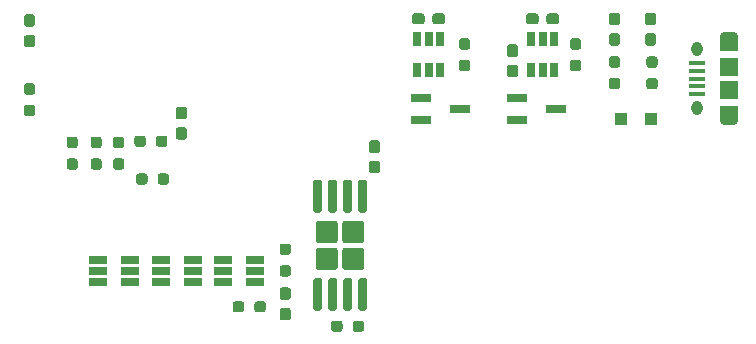
<source format=gbr>
%TF.GenerationSoftware,KiCad,Pcbnew,(5.1.9)-1*%
%TF.CreationDate,2021-05-12T15:20:05-07:00*%
%TF.ProjectId,vive_ups,76697665-5f75-4707-932e-6b696361645f,rev?*%
%TF.SameCoordinates,Original*%
%TF.FileFunction,Paste,Top*%
%TF.FilePolarity,Positive*%
%FSLAX46Y46*%
G04 Gerber Fmt 4.6, Leading zero omitted, Abs format (unit mm)*
G04 Created by KiCad (PCBNEW (5.1.9)-1) date 2021-05-12 15:20:05*
%MOMM*%
%LPD*%
G01*
G04 APERTURE LIST*
%ADD10R,1.000000X1.000000*%
%ADD11O,0.950000X1.250000*%
%ADD12R,1.550000X1.200000*%
%ADD13O,1.550000X0.890000*%
%ADD14R,1.550000X1.500000*%
%ADD15R,1.350000X0.400000*%
%ADD16R,1.560000X0.650000*%
%ADD17R,0.650000X1.220000*%
%ADD18R,1.800000X0.800000*%
G04 APERTURE END LIST*
%TO.C,C1*%
G36*
G01*
X94623900Y-104018200D02*
X94148900Y-104018200D01*
G75*
G02*
X93911400Y-103780700I0J237500D01*
G01*
X93911400Y-103180700D01*
G75*
G02*
X94148900Y-102943200I237500J0D01*
G01*
X94623900Y-102943200D01*
G75*
G02*
X94861400Y-103180700I0J-237500D01*
G01*
X94861400Y-103780700D01*
G75*
G02*
X94623900Y-104018200I-237500J0D01*
G01*
G37*
G36*
G01*
X94623900Y-105743200D02*
X94148900Y-105743200D01*
G75*
G02*
X93911400Y-105505700I0J237500D01*
G01*
X93911400Y-104905700D01*
G75*
G02*
X94148900Y-104668200I237500J0D01*
G01*
X94623900Y-104668200D01*
G75*
G02*
X94861400Y-104905700I0J-237500D01*
G01*
X94861400Y-105505700D01*
G75*
G02*
X94623900Y-105743200I-237500J0D01*
G01*
G37*
%TD*%
%TO.C,R14*%
G36*
G01*
X81296500Y-102787000D02*
X81771500Y-102787000D01*
G75*
G02*
X82009000Y-103024500I0J-237500D01*
G01*
X82009000Y-103524500D01*
G75*
G02*
X81771500Y-103762000I-237500J0D01*
G01*
X81296500Y-103762000D01*
G75*
G02*
X81059000Y-103524500I0J237500D01*
G01*
X81059000Y-103024500D01*
G75*
G02*
X81296500Y-102787000I237500J0D01*
G01*
G37*
G36*
G01*
X81296500Y-100962000D02*
X81771500Y-100962000D01*
G75*
G02*
X82009000Y-101199500I0J-237500D01*
G01*
X82009000Y-101699500D01*
G75*
G02*
X81771500Y-101937000I-237500J0D01*
G01*
X81296500Y-101937000D01*
G75*
G02*
X81059000Y-101699500I0J237500D01*
G01*
X81059000Y-101199500D01*
G75*
G02*
X81296500Y-100962000I237500J0D01*
G01*
G37*
%TD*%
D10*
%TO.C,D4*%
X134142800Y-103987600D03*
X131642800Y-103987600D03*
%TD*%
%TO.C,D1*%
G36*
G01*
X81771500Y-96170000D02*
X81296500Y-96170000D01*
G75*
G02*
X81059000Y-95932500I0J237500D01*
G01*
X81059000Y-95357500D01*
G75*
G02*
X81296500Y-95120000I237500J0D01*
G01*
X81771500Y-95120000D01*
G75*
G02*
X82009000Y-95357500I0J-237500D01*
G01*
X82009000Y-95932500D01*
G75*
G02*
X81771500Y-96170000I-237500J0D01*
G01*
G37*
G36*
G01*
X81771500Y-97920000D02*
X81296500Y-97920000D01*
G75*
G02*
X81059000Y-97682500I0J237500D01*
G01*
X81059000Y-97107500D01*
G75*
G02*
X81296500Y-96870000I237500J0D01*
G01*
X81771500Y-96870000D01*
G75*
G02*
X82009000Y-97107500I0J-237500D01*
G01*
X82009000Y-97682500D01*
G75*
G02*
X81771500Y-97920000I-237500J0D01*
G01*
G37*
%TD*%
%TO.C,U5*%
G36*
G01*
X109613004Y-114496000D02*
X108252996Y-114496000D01*
G75*
G02*
X108003000Y-114246004I0J249996D01*
G01*
X108003000Y-112835996D01*
G75*
G02*
X108252996Y-112586000I249996J0D01*
G01*
X109613004Y-112586000D01*
G75*
G02*
X109863000Y-112835996I0J-249996D01*
G01*
X109863000Y-114246004D01*
G75*
G02*
X109613004Y-114496000I-249996J0D01*
G01*
G37*
G36*
G01*
X107393004Y-114496000D02*
X106032996Y-114496000D01*
G75*
G02*
X105783000Y-114246004I0J249996D01*
G01*
X105783000Y-112835996D01*
G75*
G02*
X106032996Y-112586000I249996J0D01*
G01*
X107393004Y-112586000D01*
G75*
G02*
X107643000Y-112835996I0J-249996D01*
G01*
X107643000Y-114246004D01*
G75*
G02*
X107393004Y-114496000I-249996J0D01*
G01*
G37*
G36*
G01*
X109613004Y-116776000D02*
X108252996Y-116776000D01*
G75*
G02*
X108003000Y-116526004I0J249996D01*
G01*
X108003000Y-115115996D01*
G75*
G02*
X108252996Y-114866000I249996J0D01*
G01*
X109613004Y-114866000D01*
G75*
G02*
X109863000Y-115115996I0J-249996D01*
G01*
X109863000Y-116526004D01*
G75*
G02*
X109613004Y-116776000I-249996J0D01*
G01*
G37*
G36*
G01*
X107393004Y-116776000D02*
X106032996Y-116776000D01*
G75*
G02*
X105783000Y-116526004I0J249996D01*
G01*
X105783000Y-115115996D01*
G75*
G02*
X106032996Y-114866000I249996J0D01*
G01*
X107393004Y-114866000D01*
G75*
G02*
X107643000Y-115115996I0J-249996D01*
G01*
X107643000Y-116526004D01*
G75*
G02*
X107393004Y-116776000I-249996J0D01*
G01*
G37*
G36*
G01*
X106093000Y-111956000D02*
X105743000Y-111956000D01*
G75*
G02*
X105568000Y-111781000I0J175000D01*
G01*
X105568000Y-109281000D01*
G75*
G02*
X105743000Y-109106000I175000J0D01*
G01*
X106093000Y-109106000D01*
G75*
G02*
X106268000Y-109281000I0J-175000D01*
G01*
X106268000Y-111781000D01*
G75*
G02*
X106093000Y-111956000I-175000J0D01*
G01*
G37*
G36*
G01*
X107363000Y-111956000D02*
X107013000Y-111956000D01*
G75*
G02*
X106838000Y-111781000I0J175000D01*
G01*
X106838000Y-109281000D01*
G75*
G02*
X107013000Y-109106000I175000J0D01*
G01*
X107363000Y-109106000D01*
G75*
G02*
X107538000Y-109281000I0J-175000D01*
G01*
X107538000Y-111781000D01*
G75*
G02*
X107363000Y-111956000I-175000J0D01*
G01*
G37*
G36*
G01*
X108633000Y-111956000D02*
X108283000Y-111956000D01*
G75*
G02*
X108108000Y-111781000I0J175000D01*
G01*
X108108000Y-109281000D01*
G75*
G02*
X108283000Y-109106000I175000J0D01*
G01*
X108633000Y-109106000D01*
G75*
G02*
X108808000Y-109281000I0J-175000D01*
G01*
X108808000Y-111781000D01*
G75*
G02*
X108633000Y-111956000I-175000J0D01*
G01*
G37*
G36*
G01*
X109903000Y-111956000D02*
X109553000Y-111956000D01*
G75*
G02*
X109378000Y-111781000I0J175000D01*
G01*
X109378000Y-109281000D01*
G75*
G02*
X109553000Y-109106000I175000J0D01*
G01*
X109903000Y-109106000D01*
G75*
G02*
X110078000Y-109281000I0J-175000D01*
G01*
X110078000Y-111781000D01*
G75*
G02*
X109903000Y-111956000I-175000J0D01*
G01*
G37*
G36*
G01*
X109903000Y-120256000D02*
X109553000Y-120256000D01*
G75*
G02*
X109378000Y-120081000I0J175000D01*
G01*
X109378000Y-117581000D01*
G75*
G02*
X109553000Y-117406000I175000J0D01*
G01*
X109903000Y-117406000D01*
G75*
G02*
X110078000Y-117581000I0J-175000D01*
G01*
X110078000Y-120081000D01*
G75*
G02*
X109903000Y-120256000I-175000J0D01*
G01*
G37*
G36*
G01*
X108633000Y-120256000D02*
X108283000Y-120256000D01*
G75*
G02*
X108108000Y-120081000I0J175000D01*
G01*
X108108000Y-117581000D01*
G75*
G02*
X108283000Y-117406000I175000J0D01*
G01*
X108633000Y-117406000D01*
G75*
G02*
X108808000Y-117581000I0J-175000D01*
G01*
X108808000Y-120081000D01*
G75*
G02*
X108633000Y-120256000I-175000J0D01*
G01*
G37*
G36*
G01*
X107363000Y-120256000D02*
X107013000Y-120256000D01*
G75*
G02*
X106838000Y-120081000I0J175000D01*
G01*
X106838000Y-117581000D01*
G75*
G02*
X107013000Y-117406000I175000J0D01*
G01*
X107363000Y-117406000D01*
G75*
G02*
X107538000Y-117581000I0J-175000D01*
G01*
X107538000Y-120081000D01*
G75*
G02*
X107363000Y-120256000I-175000J0D01*
G01*
G37*
G36*
G01*
X106093000Y-120256000D02*
X105743000Y-120256000D01*
G75*
G02*
X105568000Y-120081000I0J175000D01*
G01*
X105568000Y-117581000D01*
G75*
G02*
X105743000Y-117406000I175000J0D01*
G01*
X106093000Y-117406000D01*
G75*
G02*
X106268000Y-117581000I0J-175000D01*
G01*
X106268000Y-120081000D01*
G75*
G02*
X106093000Y-120256000I-175000J0D01*
G01*
G37*
%TD*%
%TO.C,R10*%
G36*
G01*
X92233300Y-106104700D02*
X92233300Y-105629700D01*
G75*
G02*
X92470800Y-105392200I237500J0D01*
G01*
X92970800Y-105392200D01*
G75*
G02*
X93208300Y-105629700I0J-237500D01*
G01*
X93208300Y-106104700D01*
G75*
G02*
X92970800Y-106342200I-237500J0D01*
G01*
X92470800Y-106342200D01*
G75*
G02*
X92233300Y-106104700I0J237500D01*
G01*
G37*
G36*
G01*
X90408300Y-106104700D02*
X90408300Y-105629700D01*
G75*
G02*
X90645800Y-105392200I237500J0D01*
G01*
X91145800Y-105392200D01*
G75*
G02*
X91383300Y-105629700I0J-237500D01*
G01*
X91383300Y-106104700D01*
G75*
G02*
X91145800Y-106342200I-237500J0D01*
G01*
X90645800Y-106342200D01*
G75*
G02*
X90408300Y-106104700I0J237500D01*
G01*
G37*
%TD*%
D11*
%TO.C,J2*%
X138071400Y-98058600D03*
X138071400Y-103058600D03*
D12*
X140771400Y-97658600D03*
X140771400Y-103458600D03*
D13*
X140771400Y-97058600D03*
D14*
X140771400Y-99558600D03*
X140771400Y-101558600D03*
D13*
X140771400Y-104058600D03*
D15*
X138071400Y-99258600D03*
X138071400Y-99908600D03*
X138071400Y-100558600D03*
X138071400Y-101208600D03*
X138071400Y-101858600D03*
%TD*%
D16*
%TO.C,U2*%
X100600500Y-116840000D03*
X100600500Y-115890000D03*
X100600500Y-117790000D03*
X97900500Y-117790000D03*
X97900500Y-116840000D03*
X97900500Y-115890000D03*
%TD*%
%TO.C,R5*%
G36*
G01*
X108883000Y-121776500D02*
X108883000Y-121301500D01*
G75*
G02*
X109120500Y-121064000I237500J0D01*
G01*
X109620500Y-121064000D01*
G75*
G02*
X109858000Y-121301500I0J-237500D01*
G01*
X109858000Y-121776500D01*
G75*
G02*
X109620500Y-122014000I-237500J0D01*
G01*
X109120500Y-122014000D01*
G75*
G02*
X108883000Y-121776500I0J237500D01*
G01*
G37*
G36*
G01*
X107058000Y-121776500D02*
X107058000Y-121301500D01*
G75*
G02*
X107295500Y-121064000I237500J0D01*
G01*
X107795500Y-121064000D01*
G75*
G02*
X108033000Y-121301500I0J-237500D01*
G01*
X108033000Y-121776500D01*
G75*
G02*
X107795500Y-122014000I-237500J0D01*
G01*
X107295500Y-122014000D01*
G75*
G02*
X107058000Y-121776500I0J237500D01*
G01*
G37*
%TD*%
%TO.C,R4*%
G36*
G01*
X131301500Y-99651000D02*
X130826500Y-99651000D01*
G75*
G02*
X130589000Y-99413500I0J237500D01*
G01*
X130589000Y-98913500D01*
G75*
G02*
X130826500Y-98676000I237500J0D01*
G01*
X131301500Y-98676000D01*
G75*
G02*
X131539000Y-98913500I0J-237500D01*
G01*
X131539000Y-99413500D01*
G75*
G02*
X131301500Y-99651000I-237500J0D01*
G01*
G37*
G36*
G01*
X131301500Y-101476000D02*
X130826500Y-101476000D01*
G75*
G02*
X130589000Y-101238500I0J237500D01*
G01*
X130589000Y-100738500D01*
G75*
G02*
X130826500Y-100501000I237500J0D01*
G01*
X131301500Y-100501000D01*
G75*
G02*
X131539000Y-100738500I0J-237500D01*
G01*
X131539000Y-101238500D01*
G75*
G02*
X131301500Y-101476000I-237500J0D01*
G01*
G37*
%TD*%
%TO.C,R3*%
G36*
G01*
X134001500Y-100501000D02*
X134476500Y-100501000D01*
G75*
G02*
X134714000Y-100738500I0J-237500D01*
G01*
X134714000Y-101238500D01*
G75*
G02*
X134476500Y-101476000I-237500J0D01*
G01*
X134001500Y-101476000D01*
G75*
G02*
X133764000Y-101238500I0J237500D01*
G01*
X133764000Y-100738500D01*
G75*
G02*
X134001500Y-100501000I237500J0D01*
G01*
G37*
G36*
G01*
X134001500Y-98676000D02*
X134476500Y-98676000D01*
G75*
G02*
X134714000Y-98913500I0J-237500D01*
G01*
X134714000Y-99413500D01*
G75*
G02*
X134476500Y-99651000I-237500J0D01*
G01*
X134001500Y-99651000D01*
G75*
G02*
X133764000Y-99413500I0J237500D01*
G01*
X133764000Y-98913500D01*
G75*
G02*
X134001500Y-98676000I237500J0D01*
G01*
G37*
%TD*%
%TO.C,D3*%
G36*
G01*
X131301500Y-96029000D02*
X130826500Y-96029000D01*
G75*
G02*
X130589000Y-95791500I0J237500D01*
G01*
X130589000Y-95216500D01*
G75*
G02*
X130826500Y-94979000I237500J0D01*
G01*
X131301500Y-94979000D01*
G75*
G02*
X131539000Y-95216500I0J-237500D01*
G01*
X131539000Y-95791500D01*
G75*
G02*
X131301500Y-96029000I-237500J0D01*
G01*
G37*
G36*
G01*
X131301500Y-97779000D02*
X130826500Y-97779000D01*
G75*
G02*
X130589000Y-97541500I0J237500D01*
G01*
X130589000Y-96966500D01*
G75*
G02*
X130826500Y-96729000I237500J0D01*
G01*
X131301500Y-96729000D01*
G75*
G02*
X131539000Y-96966500I0J-237500D01*
G01*
X131539000Y-97541500D01*
G75*
G02*
X131301500Y-97779000I-237500J0D01*
G01*
G37*
%TD*%
%TO.C,D2*%
G36*
G01*
X134349500Y-96029000D02*
X133874500Y-96029000D01*
G75*
G02*
X133637000Y-95791500I0J237500D01*
G01*
X133637000Y-95216500D01*
G75*
G02*
X133874500Y-94979000I237500J0D01*
G01*
X134349500Y-94979000D01*
G75*
G02*
X134587000Y-95216500I0J-237500D01*
G01*
X134587000Y-95791500D01*
G75*
G02*
X134349500Y-96029000I-237500J0D01*
G01*
G37*
G36*
G01*
X134349500Y-97779000D02*
X133874500Y-97779000D01*
G75*
G02*
X133637000Y-97541500I0J237500D01*
G01*
X133637000Y-96966500D01*
G75*
G02*
X133874500Y-96729000I237500J0D01*
G01*
X134349500Y-96729000D01*
G75*
G02*
X134587000Y-96966500I0J-237500D01*
G01*
X134587000Y-97541500D01*
G75*
G02*
X134349500Y-97779000I-237500J0D01*
G01*
G37*
%TD*%
%TO.C,C4*%
G36*
G01*
X110981500Y-106863000D02*
X110506500Y-106863000D01*
G75*
G02*
X110269000Y-106625500I0J237500D01*
G01*
X110269000Y-106025500D01*
G75*
G02*
X110506500Y-105788000I237500J0D01*
G01*
X110981500Y-105788000D01*
G75*
G02*
X111219000Y-106025500I0J-237500D01*
G01*
X111219000Y-106625500D01*
G75*
G02*
X110981500Y-106863000I-237500J0D01*
G01*
G37*
G36*
G01*
X110981500Y-108588000D02*
X110506500Y-108588000D01*
G75*
G02*
X110269000Y-108350500I0J237500D01*
G01*
X110269000Y-107750500D01*
G75*
G02*
X110506500Y-107513000I237500J0D01*
G01*
X110981500Y-107513000D01*
G75*
G02*
X111219000Y-107750500I0J-237500D01*
G01*
X111219000Y-108350500D01*
G75*
G02*
X110981500Y-108588000I-237500J0D01*
G01*
G37*
%TD*%
%TO.C,U3*%
X95393500Y-116840000D03*
X95393500Y-115890000D03*
X95393500Y-117790000D03*
X92693500Y-117790000D03*
X92693500Y-116840000D03*
X92693500Y-115890000D03*
%TD*%
D17*
%TO.C,U7*%
X125918000Y-99862000D03*
X124968000Y-99862000D03*
X124018000Y-99862000D03*
X124018000Y-97242000D03*
X124968000Y-97242000D03*
X125918000Y-97242000D03*
%TD*%
%TO.C,U6*%
X116266000Y-99862000D03*
X115316000Y-99862000D03*
X114366000Y-99862000D03*
X114366000Y-97242000D03*
X115316000Y-97242000D03*
X116266000Y-97242000D03*
%TD*%
D16*
%TO.C,U4*%
X87359500Y-116840000D03*
X87359500Y-117790000D03*
X87359500Y-115890000D03*
X90059500Y-115890000D03*
X90059500Y-116840000D03*
X90059500Y-117790000D03*
%TD*%
%TO.C,R12*%
G36*
G01*
X127999500Y-98127000D02*
X127524500Y-98127000D01*
G75*
G02*
X127287000Y-97889500I0J237500D01*
G01*
X127287000Y-97389500D01*
G75*
G02*
X127524500Y-97152000I237500J0D01*
G01*
X127999500Y-97152000D01*
G75*
G02*
X128237000Y-97389500I0J-237500D01*
G01*
X128237000Y-97889500D01*
G75*
G02*
X127999500Y-98127000I-237500J0D01*
G01*
G37*
G36*
G01*
X127999500Y-99952000D02*
X127524500Y-99952000D01*
G75*
G02*
X127287000Y-99714500I0J237500D01*
G01*
X127287000Y-99214500D01*
G75*
G02*
X127524500Y-98977000I237500J0D01*
G01*
X127999500Y-98977000D01*
G75*
G02*
X128237000Y-99214500I0J-237500D01*
G01*
X128237000Y-99714500D01*
G75*
G02*
X127999500Y-99952000I-237500J0D01*
G01*
G37*
%TD*%
%TO.C,R11*%
G36*
G01*
X118601500Y-98127000D02*
X118126500Y-98127000D01*
G75*
G02*
X117889000Y-97889500I0J237500D01*
G01*
X117889000Y-97389500D01*
G75*
G02*
X118126500Y-97152000I237500J0D01*
G01*
X118601500Y-97152000D01*
G75*
G02*
X118839000Y-97389500I0J-237500D01*
G01*
X118839000Y-97889500D01*
G75*
G02*
X118601500Y-98127000I-237500J0D01*
G01*
G37*
G36*
G01*
X118601500Y-99952000D02*
X118126500Y-99952000D01*
G75*
G02*
X117889000Y-99714500I0J237500D01*
G01*
X117889000Y-99214500D01*
G75*
G02*
X118126500Y-98977000I237500J0D01*
G01*
X118601500Y-98977000D01*
G75*
G02*
X118839000Y-99214500I0J-237500D01*
G01*
X118839000Y-99714500D01*
G75*
G02*
X118601500Y-99952000I-237500J0D01*
G01*
G37*
%TD*%
%TO.C,R9*%
G36*
G01*
X88840300Y-107308200D02*
X89315300Y-107308200D01*
G75*
G02*
X89552800Y-107545700I0J-237500D01*
G01*
X89552800Y-108045700D01*
G75*
G02*
X89315300Y-108283200I-237500J0D01*
G01*
X88840300Y-108283200D01*
G75*
G02*
X88602800Y-108045700I0J237500D01*
G01*
X88602800Y-107545700D01*
G75*
G02*
X88840300Y-107308200I237500J0D01*
G01*
G37*
G36*
G01*
X88840300Y-105483200D02*
X89315300Y-105483200D01*
G75*
G02*
X89552800Y-105720700I0J-237500D01*
G01*
X89552800Y-106220700D01*
G75*
G02*
X89315300Y-106458200I-237500J0D01*
G01*
X88840300Y-106458200D01*
G75*
G02*
X88602800Y-106220700I0J237500D01*
G01*
X88602800Y-105720700D01*
G75*
G02*
X88840300Y-105483200I237500J0D01*
G01*
G37*
%TD*%
%TO.C,R8*%
G36*
G01*
X86935300Y-107308200D02*
X87410300Y-107308200D01*
G75*
G02*
X87647800Y-107545700I0J-237500D01*
G01*
X87647800Y-108045700D01*
G75*
G02*
X87410300Y-108283200I-237500J0D01*
G01*
X86935300Y-108283200D01*
G75*
G02*
X86697800Y-108045700I0J237500D01*
G01*
X86697800Y-107545700D01*
G75*
G02*
X86935300Y-107308200I237500J0D01*
G01*
G37*
G36*
G01*
X86935300Y-105483200D02*
X87410300Y-105483200D01*
G75*
G02*
X87647800Y-105720700I0J-237500D01*
G01*
X87647800Y-106220700D01*
G75*
G02*
X87410300Y-106458200I-237500J0D01*
G01*
X86935300Y-106458200D01*
G75*
G02*
X86697800Y-106220700I0J237500D01*
G01*
X86697800Y-105720700D01*
G75*
G02*
X86935300Y-105483200I237500J0D01*
G01*
G37*
%TD*%
%TO.C,R7*%
G36*
G01*
X85378300Y-106458200D02*
X84903300Y-106458200D01*
G75*
G02*
X84665800Y-106220700I0J237500D01*
G01*
X84665800Y-105720700D01*
G75*
G02*
X84903300Y-105483200I237500J0D01*
G01*
X85378300Y-105483200D01*
G75*
G02*
X85615800Y-105720700I0J-237500D01*
G01*
X85615800Y-106220700D01*
G75*
G02*
X85378300Y-106458200I-237500J0D01*
G01*
G37*
G36*
G01*
X85378300Y-108283200D02*
X84903300Y-108283200D01*
G75*
G02*
X84665800Y-108045700I0J237500D01*
G01*
X84665800Y-107545700D01*
G75*
G02*
X84903300Y-107308200I237500J0D01*
G01*
X85378300Y-107308200D01*
G75*
G02*
X85615800Y-107545700I0J-237500D01*
G01*
X85615800Y-108045700D01*
G75*
G02*
X85378300Y-108283200I-237500J0D01*
G01*
G37*
%TD*%
%TO.C,R6*%
G36*
G01*
X91523000Y-108830100D02*
X91523000Y-109305100D01*
G75*
G02*
X91285500Y-109542600I-237500J0D01*
G01*
X90785500Y-109542600D01*
G75*
G02*
X90548000Y-109305100I0J237500D01*
G01*
X90548000Y-108830100D01*
G75*
G02*
X90785500Y-108592600I237500J0D01*
G01*
X91285500Y-108592600D01*
G75*
G02*
X91523000Y-108830100I0J-237500D01*
G01*
G37*
G36*
G01*
X93348000Y-108830100D02*
X93348000Y-109305100D01*
G75*
G02*
X93110500Y-109542600I-237500J0D01*
G01*
X92610500Y-109542600D01*
G75*
G02*
X92373000Y-109305100I0J237500D01*
G01*
X92373000Y-108830100D01*
G75*
G02*
X92610500Y-108592600I237500J0D01*
G01*
X93110500Y-108592600D01*
G75*
G02*
X93348000Y-108830100I0J-237500D01*
G01*
G37*
%TD*%
%TO.C,R2*%
G36*
G01*
X100564500Y-120125500D02*
X100564500Y-119650500D01*
G75*
G02*
X100802000Y-119413000I237500J0D01*
G01*
X101302000Y-119413000D01*
G75*
G02*
X101539500Y-119650500I0J-237500D01*
G01*
X101539500Y-120125500D01*
G75*
G02*
X101302000Y-120363000I-237500J0D01*
G01*
X100802000Y-120363000D01*
G75*
G02*
X100564500Y-120125500I0J237500D01*
G01*
G37*
G36*
G01*
X98739500Y-120125500D02*
X98739500Y-119650500D01*
G75*
G02*
X98977000Y-119413000I237500J0D01*
G01*
X99477000Y-119413000D01*
G75*
G02*
X99714500Y-119650500I0J-237500D01*
G01*
X99714500Y-120125500D01*
G75*
G02*
X99477000Y-120363000I-237500J0D01*
G01*
X98977000Y-120363000D01*
G75*
G02*
X98739500Y-120125500I0J237500D01*
G01*
G37*
%TD*%
%TO.C,R1*%
G36*
G01*
X102950000Y-116352500D02*
X103425000Y-116352500D01*
G75*
G02*
X103662500Y-116590000I0J-237500D01*
G01*
X103662500Y-117090000D01*
G75*
G02*
X103425000Y-117327500I-237500J0D01*
G01*
X102950000Y-117327500D01*
G75*
G02*
X102712500Y-117090000I0J237500D01*
G01*
X102712500Y-116590000D01*
G75*
G02*
X102950000Y-116352500I237500J0D01*
G01*
G37*
G36*
G01*
X102950000Y-114527500D02*
X103425000Y-114527500D01*
G75*
G02*
X103662500Y-114765000I0J-237500D01*
G01*
X103662500Y-115265000D01*
G75*
G02*
X103425000Y-115502500I-237500J0D01*
G01*
X102950000Y-115502500D01*
G75*
G02*
X102712500Y-115265000I0J237500D01*
G01*
X102712500Y-114765000D01*
G75*
G02*
X102950000Y-114527500I237500J0D01*
G01*
G37*
%TD*%
D18*
%TO.C,Q3*%
X126110000Y-103124000D03*
X122810000Y-104074000D03*
X122810000Y-102174000D03*
%TD*%
%TO.C,Q2*%
X117982000Y-103124000D03*
X114682000Y-104074000D03*
X114682000Y-102174000D03*
%TD*%
%TO.C,C8*%
G36*
G01*
X124643000Y-95266500D02*
X124643000Y-95741500D01*
G75*
G02*
X124405500Y-95979000I-237500J0D01*
G01*
X123805500Y-95979000D01*
G75*
G02*
X123568000Y-95741500I0J237500D01*
G01*
X123568000Y-95266500D01*
G75*
G02*
X123805500Y-95029000I237500J0D01*
G01*
X124405500Y-95029000D01*
G75*
G02*
X124643000Y-95266500I0J-237500D01*
G01*
G37*
G36*
G01*
X126368000Y-95266500D02*
X126368000Y-95741500D01*
G75*
G02*
X126130500Y-95979000I-237500J0D01*
G01*
X125530500Y-95979000D01*
G75*
G02*
X125293000Y-95741500I0J237500D01*
G01*
X125293000Y-95266500D01*
G75*
G02*
X125530500Y-95029000I237500J0D01*
G01*
X126130500Y-95029000D01*
G75*
G02*
X126368000Y-95266500I0J-237500D01*
G01*
G37*
%TD*%
%TO.C,C7*%
G36*
G01*
X114991000Y-95266500D02*
X114991000Y-95741500D01*
G75*
G02*
X114753500Y-95979000I-237500J0D01*
G01*
X114153500Y-95979000D01*
G75*
G02*
X113916000Y-95741500I0J237500D01*
G01*
X113916000Y-95266500D01*
G75*
G02*
X114153500Y-95029000I237500J0D01*
G01*
X114753500Y-95029000D01*
G75*
G02*
X114991000Y-95266500I0J-237500D01*
G01*
G37*
G36*
G01*
X116716000Y-95266500D02*
X116716000Y-95741500D01*
G75*
G02*
X116478500Y-95979000I-237500J0D01*
G01*
X115878500Y-95979000D01*
G75*
G02*
X115641000Y-95741500I0J237500D01*
G01*
X115641000Y-95266500D01*
G75*
G02*
X115878500Y-95029000I237500J0D01*
G01*
X116478500Y-95029000D01*
G75*
G02*
X116716000Y-95266500I0J-237500D01*
G01*
G37*
%TD*%
%TO.C,C6*%
G36*
G01*
X122665500Y-98735000D02*
X122190500Y-98735000D01*
G75*
G02*
X121953000Y-98497500I0J237500D01*
G01*
X121953000Y-97897500D01*
G75*
G02*
X122190500Y-97660000I237500J0D01*
G01*
X122665500Y-97660000D01*
G75*
G02*
X122903000Y-97897500I0J-237500D01*
G01*
X122903000Y-98497500D01*
G75*
G02*
X122665500Y-98735000I-237500J0D01*
G01*
G37*
G36*
G01*
X122665500Y-100460000D02*
X122190500Y-100460000D01*
G75*
G02*
X121953000Y-100222500I0J237500D01*
G01*
X121953000Y-99622500D01*
G75*
G02*
X122190500Y-99385000I237500J0D01*
G01*
X122665500Y-99385000D01*
G75*
G02*
X122903000Y-99622500I0J-237500D01*
G01*
X122903000Y-100222500D01*
G75*
G02*
X122665500Y-100460000I-237500J0D01*
G01*
G37*
%TD*%
%TO.C,C2*%
G36*
G01*
X102950000Y-119959000D02*
X103425000Y-119959000D01*
G75*
G02*
X103662500Y-120196500I0J-237500D01*
G01*
X103662500Y-120796500D01*
G75*
G02*
X103425000Y-121034000I-237500J0D01*
G01*
X102950000Y-121034000D01*
G75*
G02*
X102712500Y-120796500I0J237500D01*
G01*
X102712500Y-120196500D01*
G75*
G02*
X102950000Y-119959000I237500J0D01*
G01*
G37*
G36*
G01*
X102950000Y-118234000D02*
X103425000Y-118234000D01*
G75*
G02*
X103662500Y-118471500I0J-237500D01*
G01*
X103662500Y-119071500D01*
G75*
G02*
X103425000Y-119309000I-237500J0D01*
G01*
X102950000Y-119309000D01*
G75*
G02*
X102712500Y-119071500I0J237500D01*
G01*
X102712500Y-118471500D01*
G75*
G02*
X102950000Y-118234000I237500J0D01*
G01*
G37*
%TD*%
M02*

</source>
